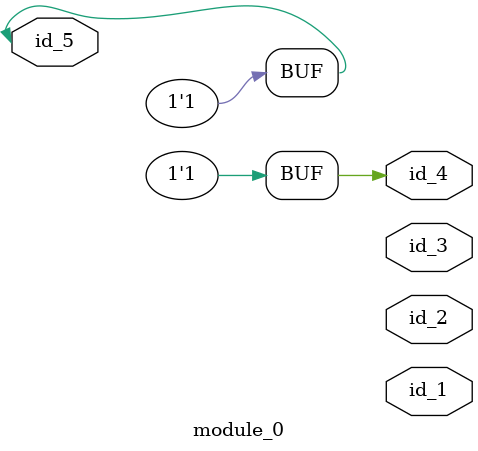
<source format=v>
module module_0 (
    id_1,
    id_2,
    id_3,
    id_4,
    id_5
);
  input id_5;
  output id_4;
  output id_3;
  output id_2;
  output id_1;
  assign id_4 = |id_5;
  assign id_4 = 1;
endmodule

</source>
